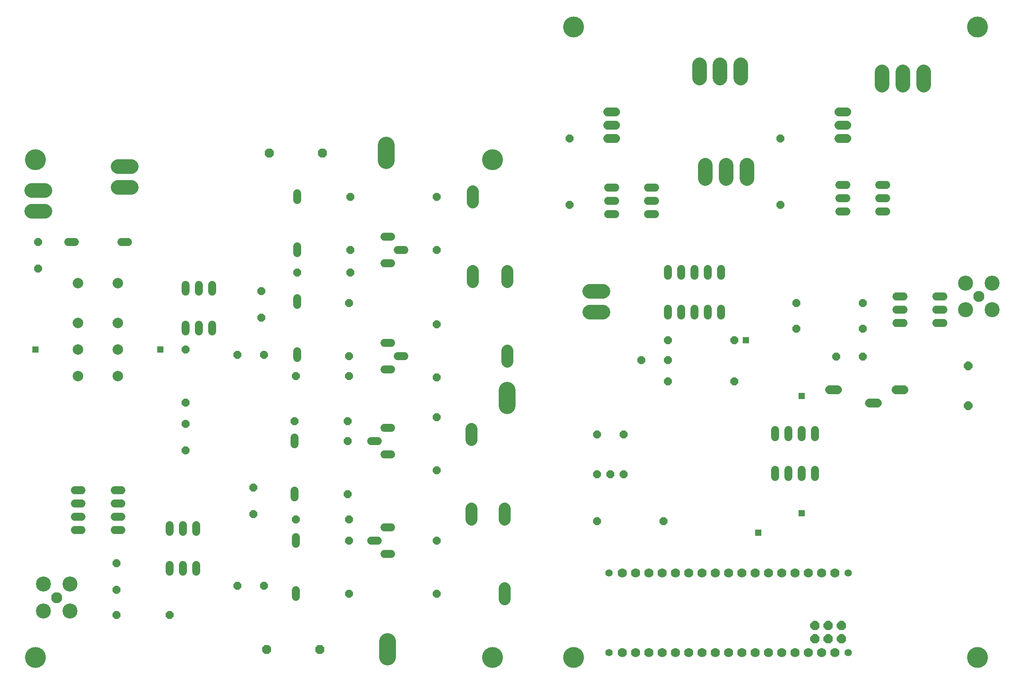
<source format=gbs>
G75*
%MOIN*%
%OFA0B0*%
%FSLAX25Y25*%
%IPPOS*%
%LPD*%
%AMOC8*
5,1,8,0,0,1.08239X$1,22.5*
%
%ADD10C,0.15750*%
%ADD11C,0.10839*%
%ADD12C,0.08300*%
%ADD13C,0.11300*%
%ADD14C,0.12650*%
%ADD15OC8,0.06000*%
%ADD16C,0.06000*%
%ADD17C,0.07887*%
%ADD18C,0.09050*%
%ADD19OC8,0.06800*%
%ADD20C,0.07000*%
%ADD21C,0.05524*%
%ADD22OC8,0.07000*%
%ADD23OC8,0.06400*%
%ADD24C,0.06800*%
%ADD25R,0.04762X0.04762*%
D10*
X0026000Y0026800D03*
X0370000Y0026800D03*
X0431000Y0026800D03*
X0735000Y0026800D03*
X0370000Y0401800D03*
X0431000Y0501800D03*
X0735000Y0501800D03*
X0026000Y0401800D03*
D11*
X0022980Y0378595D02*
X0033020Y0378595D01*
X0033020Y0363005D02*
X0022980Y0363005D01*
X0087980Y0381005D02*
X0098020Y0381005D01*
X0098020Y0396595D02*
X0087980Y0396595D01*
X0442980Y0302595D02*
X0453020Y0302595D01*
X0453020Y0287005D02*
X0442980Y0287005D01*
X0529909Y0387780D02*
X0529909Y0397820D01*
X0545500Y0397820D02*
X0545500Y0387780D01*
X0561091Y0387780D02*
X0561091Y0397820D01*
X0556591Y0463280D02*
X0556591Y0473320D01*
X0541000Y0473320D02*
X0541000Y0463280D01*
X0525409Y0463280D02*
X0525409Y0473320D01*
X0663009Y0468020D02*
X0663009Y0457980D01*
X0678600Y0457980D02*
X0678600Y0468020D01*
X0694191Y0468020D02*
X0694191Y0457980D01*
D12*
X0735800Y0298700D03*
X0042000Y0071800D03*
D13*
X0031961Y0061761D03*
X0052039Y0061761D03*
X0052039Y0081839D03*
X0031961Y0081839D03*
X0725761Y0288661D03*
X0745839Y0288661D03*
X0745839Y0308739D03*
X0725761Y0308739D03*
D14*
X0381000Y0228025D02*
X0381000Y0216175D01*
X0291000Y0038725D02*
X0291000Y0026875D01*
X0290000Y0400875D02*
X0290000Y0412725D01*
D15*
X0263000Y0373800D03*
X0263000Y0333800D03*
X0263000Y0316800D03*
X0262000Y0293800D03*
X0223000Y0316800D03*
X0196000Y0302800D03*
X0196000Y0282800D03*
X0198000Y0254800D03*
X0178000Y0254800D03*
X0139000Y0258800D03*
X0139000Y0218800D03*
X0139000Y0202800D03*
X0139000Y0182800D03*
X0190000Y0154800D03*
X0190000Y0134800D03*
X0222000Y0130800D03*
X0262000Y0130800D03*
X0262000Y0114800D03*
X0261000Y0149800D03*
X0261000Y0189800D03*
X0261000Y0204800D03*
X0221000Y0204800D03*
X0222000Y0238800D03*
X0262000Y0238800D03*
X0262000Y0253800D03*
X0328000Y0237800D03*
X0328000Y0207800D03*
X0328000Y0167800D03*
X0328000Y0114800D03*
X0328000Y0074800D03*
X0262000Y0074800D03*
X0198000Y0080800D03*
X0178000Y0080800D03*
X0127000Y0058800D03*
X0087000Y0058800D03*
X0087000Y0077800D03*
X0087000Y0097800D03*
X0328000Y0277800D03*
X0328000Y0333800D03*
X0328000Y0373800D03*
X0428000Y0367800D03*
X0428000Y0417800D03*
X0586500Y0417800D03*
X0586500Y0367800D03*
X0598500Y0293800D03*
X0598500Y0274300D03*
X0628500Y0253300D03*
X0648500Y0253300D03*
X0648500Y0274300D03*
X0648500Y0293800D03*
X0552000Y0265800D03*
X0552000Y0234800D03*
X0502000Y0234800D03*
X0502000Y0250800D03*
X0502000Y0265800D03*
X0482000Y0250800D03*
X0468500Y0194800D03*
X0448500Y0194800D03*
X0448500Y0164800D03*
X0458500Y0164800D03*
X0468500Y0164800D03*
X0448500Y0129300D03*
X0498500Y0129300D03*
X0028000Y0319800D03*
X0028000Y0339800D03*
D16*
X0050400Y0339800D02*
X0055600Y0339800D01*
X0090400Y0339800D02*
X0095600Y0339800D01*
X0139000Y0307400D02*
X0139000Y0302200D01*
X0149000Y0302200D02*
X0149000Y0307400D01*
X0159000Y0307400D02*
X0159000Y0302200D01*
X0159000Y0277400D02*
X0159000Y0272200D01*
X0149000Y0272200D02*
X0149000Y0277400D01*
X0139000Y0277400D02*
X0139000Y0272200D01*
X0223000Y0257400D02*
X0223000Y0252200D01*
X0223000Y0292200D02*
X0223000Y0297400D01*
X0223000Y0331200D02*
X0223000Y0336400D01*
X0223000Y0371200D02*
X0223000Y0376400D01*
X0288400Y0343800D02*
X0293600Y0343800D01*
X0298400Y0333800D02*
X0303600Y0333800D01*
X0293600Y0323800D02*
X0288400Y0323800D01*
X0288400Y0263800D02*
X0293600Y0263800D01*
X0298400Y0253800D02*
X0303600Y0253800D01*
X0293600Y0243800D02*
X0288400Y0243800D01*
X0288400Y0199800D02*
X0293600Y0199800D01*
X0283600Y0189800D02*
X0278400Y0189800D01*
X0288400Y0179800D02*
X0293600Y0179800D01*
X0221000Y0187200D02*
X0221000Y0192400D01*
X0221000Y0152400D02*
X0221000Y0147200D01*
X0222000Y0117400D02*
X0222000Y0112200D01*
X0222000Y0077400D02*
X0222000Y0072200D01*
X0278400Y0114800D02*
X0283600Y0114800D01*
X0288400Y0104800D02*
X0293600Y0104800D01*
X0293600Y0124800D02*
X0288400Y0124800D01*
X0147000Y0126400D02*
X0147000Y0121200D01*
X0137000Y0121200D02*
X0137000Y0126400D01*
X0127000Y0126400D02*
X0127000Y0121200D01*
X0127000Y0096400D02*
X0127000Y0091200D01*
X0137000Y0091200D02*
X0137000Y0096400D01*
X0147000Y0096400D02*
X0147000Y0091200D01*
X0090600Y0122800D02*
X0085400Y0122800D01*
X0085400Y0132800D02*
X0090600Y0132800D01*
X0090600Y0142800D02*
X0085400Y0142800D01*
X0085400Y0152800D02*
X0090600Y0152800D01*
X0060600Y0152800D02*
X0055400Y0152800D01*
X0055400Y0142800D02*
X0060600Y0142800D01*
X0060600Y0132800D02*
X0055400Y0132800D01*
X0055400Y0122800D02*
X0060600Y0122800D01*
X0456900Y0360800D02*
X0462100Y0360800D01*
X0462100Y0370800D02*
X0456900Y0370800D01*
X0456900Y0380800D02*
X0462100Y0380800D01*
X0486900Y0380800D02*
X0492100Y0380800D01*
X0492100Y0370800D02*
X0486900Y0370800D01*
X0486900Y0360800D02*
X0492100Y0360800D01*
X0502000Y0319400D02*
X0502000Y0314200D01*
X0512000Y0314200D02*
X0512000Y0319400D01*
X0522000Y0319400D02*
X0522000Y0314200D01*
X0532000Y0314200D02*
X0532000Y0319400D01*
X0542000Y0319400D02*
X0542000Y0314200D01*
X0542000Y0289400D02*
X0542000Y0284200D01*
X0532000Y0284200D02*
X0532000Y0289400D01*
X0522000Y0289400D02*
X0522000Y0284200D01*
X0512000Y0284200D02*
X0512000Y0289400D01*
X0502000Y0289400D02*
X0502000Y0284200D01*
X0582500Y0197900D02*
X0582500Y0192700D01*
X0592500Y0192700D02*
X0592500Y0197900D01*
X0602500Y0197900D02*
X0602500Y0192700D01*
X0612500Y0192700D02*
X0612500Y0197900D01*
X0612500Y0167900D02*
X0612500Y0162700D01*
X0602500Y0162700D02*
X0602500Y0167900D01*
X0592500Y0167900D02*
X0592500Y0162700D01*
X0582500Y0162700D02*
X0582500Y0167900D01*
X0673900Y0278800D02*
X0679100Y0278800D01*
X0679100Y0288800D02*
X0673900Y0288800D01*
X0673900Y0298800D02*
X0679100Y0298800D01*
X0703900Y0298800D02*
X0709100Y0298800D01*
X0709100Y0288800D02*
X0703900Y0288800D01*
X0703900Y0278800D02*
X0709100Y0278800D01*
X0666100Y0362800D02*
X0660900Y0362800D01*
X0660900Y0372800D02*
X0666100Y0372800D01*
X0666100Y0382800D02*
X0660900Y0382800D01*
X0636100Y0382800D02*
X0630900Y0382800D01*
X0630900Y0372800D02*
X0636100Y0372800D01*
X0636100Y0362800D02*
X0630900Y0362800D01*
D17*
X0088000Y0308800D03*
X0058000Y0308800D03*
X0058000Y0278800D03*
X0058000Y0258800D03*
X0058000Y0238800D03*
X0088000Y0238800D03*
X0088000Y0258800D03*
X0088000Y0278800D03*
D18*
X0355000Y0309675D02*
X0355000Y0317925D01*
X0381000Y0317925D02*
X0381000Y0309675D01*
X0381000Y0257925D02*
X0381000Y0249675D01*
X0354000Y0198925D02*
X0354000Y0190675D01*
X0354000Y0138925D02*
X0354000Y0130675D01*
X0379000Y0130675D02*
X0379000Y0138925D01*
X0379000Y0078925D02*
X0379000Y0070675D01*
X0355000Y0369675D02*
X0355000Y0377925D01*
D19*
X0242000Y0406800D03*
X0202000Y0406800D03*
X0200000Y0032800D03*
X0240000Y0032800D03*
D20*
X0467500Y0030300D03*
X0477500Y0030300D03*
X0487500Y0030300D03*
X0497500Y0030300D03*
X0507500Y0030300D03*
X0517500Y0030300D03*
X0527500Y0030300D03*
X0537500Y0030300D03*
X0547500Y0030300D03*
X0557500Y0030300D03*
X0567500Y0030300D03*
X0577500Y0030300D03*
X0587500Y0030300D03*
X0597500Y0030300D03*
X0607500Y0030300D03*
X0617500Y0030300D03*
X0627500Y0030300D03*
X0627500Y0090300D03*
X0617500Y0090300D03*
X0607500Y0090300D03*
X0597500Y0090300D03*
X0587500Y0090300D03*
X0577500Y0090300D03*
X0567500Y0090300D03*
X0557500Y0090300D03*
X0547500Y0090300D03*
X0537500Y0090300D03*
X0527500Y0090300D03*
X0517500Y0090300D03*
X0507500Y0090300D03*
X0497500Y0090300D03*
X0487500Y0090300D03*
X0477500Y0090300D03*
X0467500Y0090300D03*
D21*
X0457500Y0090300D03*
X0457500Y0030300D03*
X0637500Y0030300D03*
X0637500Y0090300D03*
D22*
X0632500Y0050800D03*
X0632500Y0040800D03*
X0622500Y0040800D03*
X0612500Y0040800D03*
X0612500Y0050800D03*
X0622500Y0050800D03*
D23*
X0728000Y0216300D03*
X0728000Y0246300D03*
D24*
X0679500Y0228300D02*
X0673500Y0228300D01*
X0659500Y0218300D02*
X0653500Y0218300D01*
X0629500Y0228300D02*
X0623500Y0228300D01*
X0630500Y0417800D02*
X0636500Y0417800D01*
X0636500Y0427800D02*
X0630500Y0427800D01*
X0630500Y0437800D02*
X0636500Y0437800D01*
X0462500Y0437800D02*
X0456500Y0437800D01*
X0456500Y0427800D02*
X0462500Y0427800D01*
X0462500Y0417800D02*
X0456500Y0417800D01*
D25*
X0560500Y0265800D03*
X0602500Y0223800D03*
X0602500Y0135300D03*
X0570000Y0120800D03*
X0120000Y0258800D03*
X0026000Y0258800D03*
M02*

</source>
